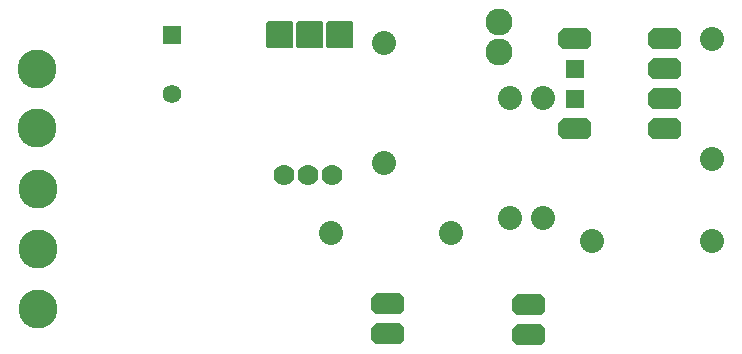
<source format=gbr>
G04 PROTEUS GERBER X2 FILE*
%TF.GenerationSoftware,Labcenter,Proteus,8.13-SP0-Build31525*%
%TF.CreationDate,2025-01-17T15:38:28+00:00*%
%TF.FileFunction,Soldermask,Top*%
%TF.FilePolarity,Negative*%
%TF.Part,Single*%
%TF.SameCoordinates,{73f3b6ee-04d2-4b7e-bada-d99319bd8aaf}*%
%FSLAX45Y45*%
%MOMM*%
G01*
%AMPPAD022*
4,1,8,
-1.397000,-0.509800,
-1.397000,0.509800,
-1.017800,0.889000,
1.017800,0.889000,
1.397000,0.509800,
1.397000,-0.509800,
1.017800,-0.889000,
-1.017800,-0.889000,
-1.397000,-0.509800,
0*%
%TA.AperFunction,Material*%
%ADD72PPAD022*%
%AMPPAD023*
4,1,36,
-0.635000,0.762000,
0.635000,0.762000,
0.660970,0.759470,
0.684980,0.752200,
0.706580,0.740650,
0.725290,0.725290,
0.740650,0.706570,
0.752200,0.684980,
0.759470,0.660970,
0.762000,0.635000,
0.762000,-0.635000,
0.759470,-0.660970,
0.752200,-0.684980,
0.740650,-0.706570,
0.725290,-0.725290,
0.706580,-0.740650,
0.684980,-0.752200,
0.660970,-0.759470,
0.635000,-0.762000,
-0.635000,-0.762000,
-0.660970,-0.759470,
-0.684980,-0.752200,
-0.706580,-0.740650,
-0.725290,-0.725290,
-0.740650,-0.706570,
-0.752200,-0.684980,
-0.759470,-0.660970,
-0.762000,-0.635000,
-0.762000,0.635000,
-0.759470,0.660970,
-0.752200,0.684980,
-0.740650,0.706570,
-0.725290,0.725290,
-0.706580,0.740650,
-0.684980,0.752200,
-0.660970,0.759470,
-0.635000,0.762000,
0*%
%ADD73PPAD023*%
%AMPPAD024*
4,1,36,
-1.016000,1.143000,
1.016000,1.143000,
1.041970,1.140470,
1.065980,1.133200,
1.087580,1.121650,
1.106290,1.106290,
1.121650,1.087570,
1.133200,1.065980,
1.140470,1.041970,
1.143000,1.016000,
1.143000,-1.016000,
1.140470,-1.041970,
1.133200,-1.065980,
1.121650,-1.087570,
1.106290,-1.106290,
1.087580,-1.121650,
1.065980,-1.133200,
1.041970,-1.140470,
1.016000,-1.143000,
-1.016000,-1.143000,
-1.041970,-1.140470,
-1.065980,-1.133200,
-1.087580,-1.121650,
-1.106290,-1.106290,
-1.121650,-1.087570,
-1.133200,-1.065980,
-1.140470,-1.041970,
-1.143000,-1.016000,
-1.143000,1.016000,
-1.140470,1.041970,
-1.133200,1.065980,
-1.121650,1.087570,
-1.106290,1.106290,
-1.087580,1.121650,
-1.065980,1.133200,
-1.041970,1.140470,
-1.016000,1.143000,
0*%
%TA.AperFunction,Material*%
%ADD30PPAD024*%
%TA.AperFunction,Material*%
%ADD31C,2.286000*%
%ADD32C,3.302000*%
%ADD33C,2.032000*%
%TA.AperFunction,Material*%
%ADD34C,1.778000*%
%AMPPAD029*
4,1,4,
0.790000,0.790000,
0.790000,-0.790000,
-0.790000,-0.790000,
-0.790000,0.790000,
0.790000,0.790000,
0*%
%TA.AperFunction,Material*%
%ADD35PPAD029*%
%ADD36C,1.580000*%
%TD.AperFunction*%
D72*
X+5280000Y+2790000D03*
D73*
X+5280000Y+2536000D03*
X+5280000Y+2282000D03*
D72*
X+5280000Y+2028000D03*
X+6042000Y+2028000D03*
X+6042000Y+2282000D03*
X+6042000Y+2536000D03*
X+6042000Y+2790000D03*
D30*
X+2786000Y+2830000D03*
X+3040000Y+2830000D03*
X+3294000Y+2830000D03*
D31*
X+4640000Y+2686000D03*
X+4640000Y+2940000D03*
D32*
X+730000Y+2039620D03*
X+730000Y+2540000D03*
X+740000Y+510000D03*
X+740000Y+1018000D03*
X+740000Y+1526000D03*
D33*
X+6440000Y+2790000D03*
X+6440000Y+1774000D03*
X+5430000Y+1080000D03*
X+6446000Y+1080000D03*
X+4230000Y+1150000D03*
X+3214000Y+1150000D03*
X+5010000Y+2290000D03*
X+5010000Y+1274000D03*
X+3670000Y+2760000D03*
X+3670000Y+1744000D03*
D72*
X+4890000Y+540000D03*
X+4890000Y+286000D03*
D33*
X+4730000Y+2290000D03*
X+4730000Y+1274000D03*
D72*
X+3700000Y+550000D03*
X+3700000Y+296000D03*
D34*
X+3223200Y+1640000D03*
X+3020000Y+1640000D03*
X+2816800Y+1640000D03*
D35*
X+1870000Y+2830000D03*
D36*
X+1870000Y+2330000D03*
M02*

</source>
